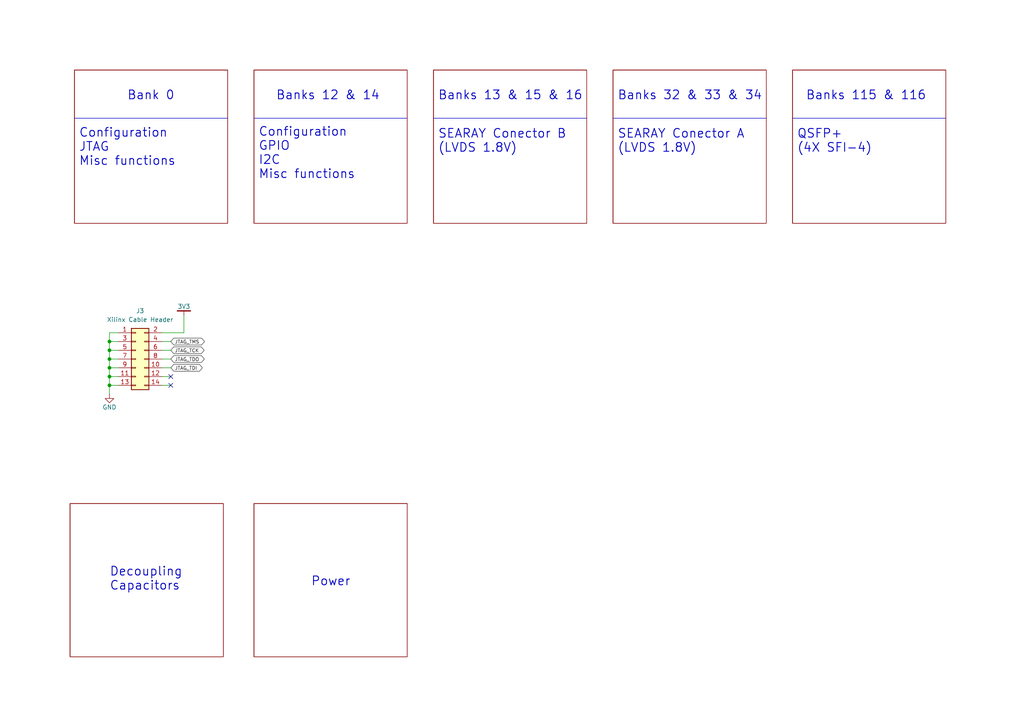
<source format=kicad_sch>
(kicad_sch (version 20230121) (generator eeschema)
  (paper "A4")
  (title_block (title "FPGA Main") (date "2023-12-22") (rev "A") (company "Jordan Harris-Toovy") (comment 1 "Mainboard for Capstone Project at Oregon Tech"))
  (lib_symbols
    (symbol "Capstone_Library:3V3" (power) (pin_numbers hide) (pin_names (offset 0) hide) (in_bom no) (on_board no)
      (property "Value" "3V3" (at 0 1.27 0))
      (symbol "3V3_0_1"
        (polyline (pts (xy 0 0) (xy 0 -1.27)))
      )
      (symbol "3V3_1_1"
        (polyline (pts (xy -1.905 0) (xy 1.905 0)) (stroke (width 0.35)))
        (pin power_in line (at 0 -1.27 90) (length 1.27) hide (name "3V3") (number "1"))
      )
    )
    (symbol "Connector_Generic:Conn_02x07_Odd_Even" (pin_names (offset 1.016) hide)
      (property "Reference" "J" (at 1.27 10.16 0))
      (property "Value" "Conn_02x07_Odd_Even" (at 1.27 -10.16 0))
      (symbol "Conn_02x07_Odd_Even_1_1"
        (rectangle (start -1.27 -7.493) (end 0 -7.747) (stroke (width 0.1524)))
        (rectangle (start -1.27 -4.953) (end 0 -5.207) (stroke (width 0.1524)))
        (rectangle (start -1.27 -2.413) (end 0 -2.667) (stroke (width 0.1524)))
        (rectangle (start -1.27 0.127) (end 0 -0.127) (stroke (width 0.1524)))
        (rectangle (start -1.27 2.667) (end 0 2.413) (stroke (width 0.1524)))
        (rectangle (start -1.27 5.207) (end 0 4.953) (stroke (width 0.1524)))
        (rectangle (start -1.27 7.747) (end 0 7.493) (stroke (width 0.1524)))
        (rectangle (start -1.27 8.89) (end 3.81 -8.89) (stroke (width 0.254)) (fill (type background)))
        (rectangle (start 3.81 -7.493) (end 2.54 -7.747) (stroke (width 0.1524)))
        (rectangle (start 3.81 -4.953) (end 2.54 -5.207) (stroke (width 0.1524)))
        (rectangle (start 3.81 -2.413) (end 2.54 -2.667) (stroke (width 0.1524)))
        (rectangle (start 3.81 0.127) (end 2.54 -0.127) (stroke (width 0.1524)))
        (rectangle (start 3.81 2.667) (end 2.54 2.413) (stroke (width 0.1524)))
        (rectangle (start 3.81 5.207) (end 2.54 4.953) (stroke (width 0.1524)))
        (rectangle (start 3.81 7.747) (end 2.54 7.493) (stroke (width 0.1524)))
        (pin passive line (at -5.08 7.62 0) (length 3.81) (name "Pin_1") (number "1"))
        (pin passive line (at 7.62 -2.54 180) (length 3.81) (name "Pin_10") (number "10"))
        (pin passive line (at -5.08 -5.08 0) (length 3.81) (name "Pin_11") (number "11"))
        (pin passive line (at 7.62 -5.08 180) (length 3.81) (name "Pin_12") (number "12"))
        (pin passive line (at -5.08 -7.62 0) (length 3.81) (name "Pin_13") (number "13"))
        (pin passive line (at 7.62 -7.62 180) (length 3.81) (name "Pin_14") (number "14"))
        (pin passive line (at 7.62 7.62 180) (length 3.81) (name "Pin_2") (number "2"))
        (pin passive line (at -5.08 5.08 0) (length 3.81) (name "Pin_3") (number "3"))
        (pin passive line (at 7.62 5.08 180) (length 3.81) (name "Pin_4") (number "4"))
        (pin passive line (at -5.08 2.54 0) (length 3.81) (name "Pin_5") (number "5"))
        (pin passive line (at 7.62 2.54 180) (length 3.81) (name "Pin_6") (number "6"))
        (pin passive line (at -5.08 0 0) (length 3.81) (name "Pin_7") (number "7"))
        (pin passive line (at 7.62 0 180) (length 3.81) (name "Pin_8") (number "8"))
        (pin passive line (at -5.08 -2.54 0) (length 3.81) (name "Pin_9") (number "9"))
      )
    )
    (symbol "power:GND" (power) (pin_names (offset 0))
      (property "Value" "GND" (at 0 -3.81 0))
      (symbol "GND_0_1"
        (polyline (pts (xy 0 0) (xy 0 -1.27) (xy 1.27 -1.27) (xy 0 -2.54) (xy -1.27 -1.27) (xy 0 -1.27)))
      )
      (symbol "GND_1_1"
        (pin power_in line (at 0 0 270) (length 0) hide (name "GND") (number "1"))
      )
    )
  )
  (junction (at 31.75 106.68))
  (junction (at 31.75 101.6))
  (junction (at 31.75 109.22))
  (junction (at 31.75 104.14))
  (junction (at 31.75 111.76))
  (junction (at 31.75 99.06))
  (no_connect (at 49.53 109.22))
  (no_connect (at 49.53 111.76))
  (wire (pts (xy 31.75 101.6) (xy 31.75 104.14)))
  (wire (pts (xy 31.75 99.06) (xy 31.75 101.6)))
  (wire (pts (xy 49.53 106.68) (xy 46.99 106.68)))
  (wire (pts (xy 31.75 99.06) (xy 34.29 99.06)))
  (wire (pts (xy 34.29 111.76) (xy 31.75 111.76)))
  (wire (pts (xy 49.53 101.6) (xy 46.99 101.6)))
  (wire (pts (xy 34.29 109.22) (xy 31.75 109.22)))
  (wire (pts (xy 34.29 96.52) (xy 31.75 96.52)))
  (polyline (pts (xy 177.8 34.29) (xy 222.25 34.29)))
  (polyline (pts (xy 125.73 34.29) (xy 170.18 34.29)))
  (polyline (pts (xy 21.59 34.29) (xy 66.04 34.29)))
  (wire (pts (xy 46.99 109.22) (xy 49.53 109.22)))
  (wire (pts (xy 31.75 106.68) (xy 31.75 109.22)))
  (wire (pts (xy 49.53 99.06) (xy 46.99 99.06)))
  (polyline (pts (xy 73.66 34.29) (xy 118.11 34.29)))
  (wire (pts (xy 31.75 96.52) (xy 31.75 99.06)))
  (wire (pts (xy 49.53 104.14) (xy 46.99 104.14)))
  (wire (pts (xy 46.99 111.76) (xy 49.53 111.76)))
  (polyline (pts (xy 229.87 34.29) (xy 274.32 34.29)))
  (wire (pts (xy 31.75 106.68) (xy 34.29 106.68)))
  (wire (pts (xy 31.75 104.14) (xy 31.75 106.68)))
  (wire (pts (xy 53.34 96.52) (xy 46.99 96.52)))
  (wire (pts (xy 31.75 109.22) (xy 31.75 111.76)))
  (wire (pts (xy 31.75 101.6) (xy 34.29 101.6)))
  (wire (pts (xy 31.75 111.76) (xy 31.75 114.3)))
  (wire (pts (xy 53.34 91.44) (xy 53.34 96.52)))
  (wire (pts (xy 31.75 104.14) (xy 34.29 104.14)))
  (text "Banks 12 & 14" (at 80.01 29.21 0) (effects (font (size 2.54 2.54) (thickness 0.254) bold) (justify left bottom)))
  (text "Banks 115 & 116" (at 233.68 29.21 0) (effects (font (size 2.54 2.54) (thickness 0.254) bold) (justify left bottom)))
  (text "SEARAY Conector B\n(LVDS 1.8V)" (at 127 44.45 0) (effects (font (size 2.54 2.54) (thickness 0.254) bold) (justify left bottom)))
  (text "Banks 13 & 15 & 16" (at 127 29.21 0) (effects (font (size 2.54 2.54) (thickness 0.254) bold) (justify left bottom)))
  (text "Configuration\nJTAG\nMisc functions" (at 22.86 48.26 0) (effects (font (size 2.54 2.54) (thickness 0.254) bold) (justify left bottom)))
  (text "SEARAY Conector A\n(LVDS 1.8V)" (at 179.07 44.45 0) (effects (font (size 2.54 2.54) (thickness 0.254) bold) (justify left bottom)))
  (text "Decoupling\nCapacitors" (at 31.75 171.45 0) (effects (font (size 2.54 2.54) (thickness 0.254) bold) (justify left bottom)))
  (text "Bank 0" (at 36.83 29.21 0) (effects (font (size 2.54 2.54) (thickness 0.254) bold) (justify left bottom)))
  (text "QSFP+\n(4X SFI-4)" (at 231.14 44.45 0) (effects (font (size 2.54 2.54) (thickness 0.254) bold) (justify left bottom)))
  (text "Power" (at 90.17 170.18 0) (effects (font (size 2.54 2.54) (thickness 0.254) bold) (justify left bottom)))
  (text "Banks 32 & 33 & 34" (at 179.07 29.21 0) (effects (font (size 2.54 2.54) (thickness 0.254) bold) (justify left bottom)))
  (text "Configuration\nGPIO\nI2C\nMisc functions\n" (at 74.93 52.07 0) (effects (font (size 2.54 2.54) (thickness 0.254) bold) (justify left bottom)))
  (global_label "JTAG_TDI" (shape bidirectional) (at 49.53 106.68 0) (effects (font (size 1 1))) (property "Intersheetrefs" "${INTERSHEET_REFS}" (effects hide)))
  (global_label "JTAG_TCK" (shape bidirectional) (at 49.53 101.6 0) (effects (font (size 1 1))) (property "Intersheetrefs" "${INTERSHEET_REFS}" (effects hide)))
  (global_label "JTAG_TDO" (shape bidirectional) (at 49.53 104.14 0) (effects (font (size 1 1))) (property "Intersheetrefs" "${INTERSHEET_REFS}" (effects hide)))
  (global_label "JTAG_TMS" (shape bidirectional) (at 49.53 99.06 0) (effects (font (size 1 1))) (property "Intersheetrefs" "${INTERSHEET_REFS}" (effects hide)))
  (symbol (lib_id "power:GND") (at 31.75 114.3 0) (unit 1)
    (property "Reference" "#PWR022" (effects hide))
    (property "Value" "GND" (at 31.75 118.11 0))
    (instances (project "Capstone_Project_Mainboard" (path "" (reference "#PWR022") (unit 1)) (path "" (reference "#PWR080") (unit 1))))
  )
  (symbol (lib_id "Connector_Generic:Conn_02x07_Odd_Even") (at 39.37 104.14 0) (unit 1)
    (property "Reference" "J3" (at 40.64 90.17 0))
    (property "Value" "Xilinx Cable Header" (at 40.64 92.71 0))
  )
  (symbol (lib_id "Capstone_Library:3V3") (at 53.34 90.17 0) (unit 1) (in_bom no) (on_board no)
    (property "Reference" "#PWR03" (effects hide))
    (property "Value" "3V3" (at 53.34 88.9 0))
    (instances (project "Capstone_Project_Mainboard" (path "" (reference "#PWR03") (unit 1)) (path "" (reference "#PWR081") (unit 1))))
  )
  (sheet (at 125.73 20.32) (size 44.45 44.45) (stroke (width 0.1524))
    (property "Sheetname" "FPGA Banks 13, 15, 16" (effects hide))
    (property "Sheetfile" "FPGA_Banks_13_15_16.kicad_sch" (effects hide))
  )
  (sheet (at 177.8 20.32) (size 44.45 44.45) (stroke (width 0.1524))
    (property "Sheetname" "FPGA Banks 32, 33, 34" (effects hide))
    (property "Sheetfile" "FPGA_Banks_32_33_34.kicad_sch" (effects hide))
  )
  (sheet (at 73.66 146.05) (size 44.45 44.45) (stroke (width 0.1524))
    (property "Sheetname" "FGPA Main Power" (effects hide))
    (property "Sheetfile" "FGPA_Main_Power.kicad_sch" (effects hide))
  )
  (sheet (at 229.87 20.32) (size 44.45 44.45) (stroke (width 0.1524))
    (property "Sheetname" "FPGA Banks 115, 116" (effects hide))
    (property "Sheetfile" "FPGA_Banks_115_116.kicad_sch" (effects hide))
  )
  (sheet (at 73.66 20.32) (size 44.45 44.45) (stroke (width 0.1524))
    (property "Sheetname" "FPGA Banks 12, 14" (effects hide))
    (property "Sheetfile" "FPGA_Banks_12_14.kicad_sch" (effects hide))
  )
  (sheet (at 21.59 20.32) (size 44.45 44.45) (stroke (width 0.1524))
    (property "Sheetname" "FPGA Bank 0" (effects hide))
    (property "Sheetfile" "FPGA_Bank_0.kicad_sch" (effects hide))
  )
  (sheet (at 20.32 146.05) (size 44.45 44.45) (stroke (width 0.1524))
    (property "Sheetname" "FPGA Decoupling Capacitors" (effects hide))
    (property "Sheetfile" "FPGA_Decoupling.kicad_sch" (effects hide))
  )
)
</source>
